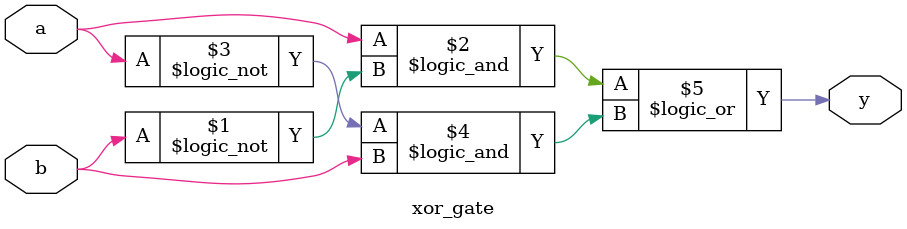
<source format=v>
module xor_gate(y,a,b);
input a,b;
output y;
assign y=(a&&(!b))||((!a)&&b);
endmodule


</source>
